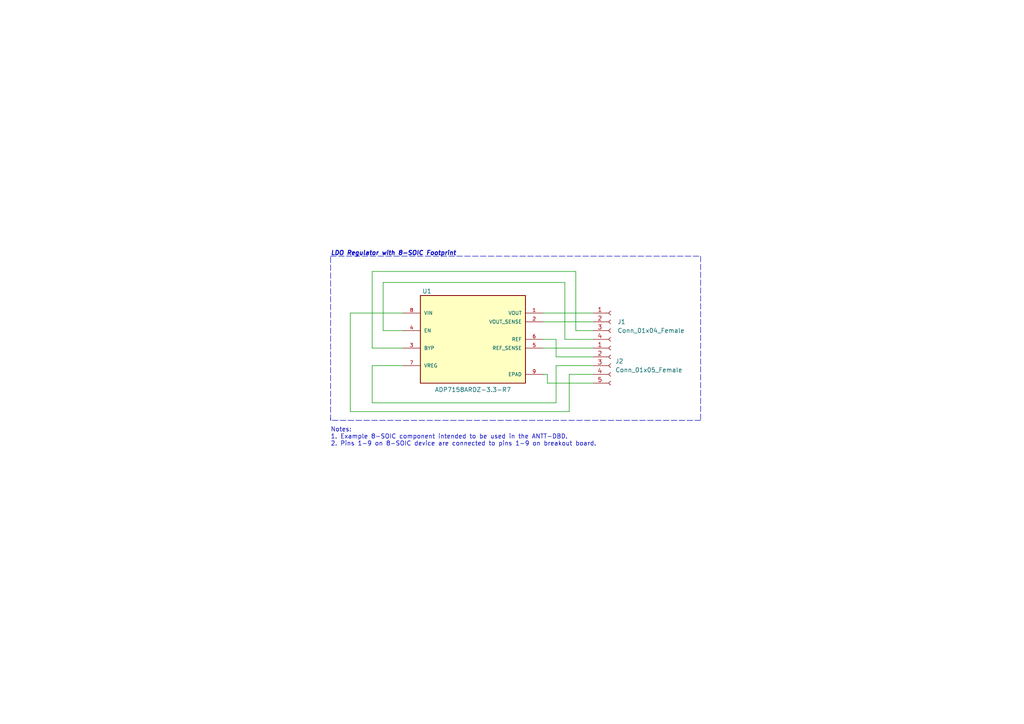
<source format=kicad_sch>
(kicad_sch (version 20211123) (generator eeschema)
  (paper "A4")
  (lib_symbols
    (symbol "ADP7158ARDZ-3.3-R7:ADP7158ARDZ-3.3-R7" (pin_names (offset 1.016))
      (property "Reference" "U" (at -15.24 13.335 0))
      (property "Value" "ADP7158ARDZ-3.3-R7" (at -15.24 -15.24 0))
      (symbol "ADP7158ARDZ-3.3-R7_0_0"
        (rectangle (start -15.24 -12.7) (end 15.24 12.7) (stroke (width 0.254)) (fill (type background)))
        (pin output line (at 20.32 7.62 180) (length 5.08) (name "VOUT") (number "1"))
        (pin output line (at 20.32 5.08 180) (length 5.08) (name "VOUT_SENSE") (number "2"))
        (pin passive line (at -20.32 -2.54 0) (length 5.08) (name "BYP") (number "3"))
        (pin input line (at -20.32 2.54 0) (length 5.08) (name "EN") (number "4"))
        (pin input line (at 20.32 -2.54 180) (length 5.08) (name "REF_SENSE") (number "5"))
        (pin output line (at 20.32 0 180) (length 5.08) (name "REF") (number "6"))
        (pin passive line (at -20.32 -7.62 0) (length 5.08) (name "VREG") (number "7"))
        (pin input line (at -20.32 7.62 0) (length 5.08) (name "VIN") (number "8"))
        (pin power_in line (at 20.32 -10.16 180) (length 5.08) (name "EPAD") (number "9"))
      )
    )
    (symbol "Connector:Conn_01x04_Female" (pin_names (offset 1.016) hide)
      (property "Reference" "J" (at 0 5.08 0))
      (property "Value" "Conn_01x04_Female" (at 0 -7.62 0))
      (symbol "Conn_01x04_Female_1_1"
        (arc (start 0 -4.572) (mid -0.508 -5.08) (end 0 -5.588) (stroke (width 0.1524)))
        (arc (start 0 -2.032) (mid -0.508 -2.54) (end 0 -3.048) (stroke (width 0.1524)))
        (polyline (pts (xy -1.27 -5.08) (xy -0.508 -5.08)) (stroke (width 0.1524)))
        (polyline (pts (xy -1.27 -2.54) (xy -0.508 -2.54)) (stroke (width 0.1524)))
        (polyline (pts (xy -1.27 0) (xy -0.508 0)) (stroke (width 0.1524)))
        (polyline (pts (xy -1.27 2.54) (xy -0.508 2.54)) (stroke (width 0.1524)))
        (arc (start 0 0.508) (mid -0.508 0) (end 0 -0.508) (stroke (width 0.1524)))
        (arc (start 0 3.048) (mid -0.508 2.54) (end 0 2.032) (stroke (width 0.1524)))
        (pin passive line (at -5.08 2.54 0) (length 3.81) (name "Pin_1") (number "1"))
        (pin passive line (at -5.08 0 0) (length 3.81) (name "Pin_2") (number "2"))
        (pin passive line (at -5.08 -2.54 0) (length 3.81) (name "Pin_3") (number "3"))
        (pin passive line (at -5.08 -5.08 0) (length 3.81) (name "Pin_4") (number "4"))
      )
    )
    (symbol "Connector:Conn_01x05_Female" (pin_names (offset 1.016) hide)
      (property "Reference" "J" (at 0 7.62 0))
      (property "Value" "Conn_01x05_Female" (at 0 -7.62 0))
      (symbol "Conn_01x05_Female_1_1"
        (arc (start 0 -4.572) (mid -0.508 -5.08) (end 0 -5.588) (stroke (width 0.1524)))
        (arc (start 0 -2.032) (mid -0.508 -2.54) (end 0 -3.048) (stroke (width 0.1524)))
        (polyline (pts (xy -1.27 -5.08) (xy -0.508 -5.08)) (stroke (width 0.1524)))
        (polyline (pts (xy -1.27 -2.54) (xy -0.508 -2.54)) (stroke (width 0.1524)))
        (polyline (pts (xy -1.27 0) (xy -0.508 0)) (stroke (width 0.1524)))
        (polyline (pts (xy -1.27 2.54) (xy -0.508 2.54)) (stroke (width 0.1524)))
        (polyline (pts (xy -1.27 5.08) (xy -0.508 5.08)) (stroke (width 0.1524)))
        (arc (start 0 0.508) (mid -0.508 0) (end 0 -0.508) (stroke (width 0.1524)))
        (arc (start 0 3.048) (mid -0.508 2.54) (end 0 2.032) (stroke (width 0.1524)))
        (arc (start 0 5.588) (mid -0.508 5.08) (end 0 4.572) (stroke (width 0.1524)))
        (pin passive line (at -5.08 5.08 0) (length 3.81) (name "Pin_1") (number "1"))
        (pin passive line (at -5.08 2.54 0) (length 3.81) (name "Pin_2") (number "2"))
        (pin passive line (at -5.08 0 0) (length 3.81) (name "Pin_3") (number "3"))
        (pin passive line (at -5.08 -2.54 0) (length 3.81) (name "Pin_4") (number "4"))
        (pin passive line (at -5.08 -5.08 0) (length 3.81) (name "Pin_5") (number "5"))
      )
    )
  )
  (wire (pts (xy 116.84 106.045) (xy 107.95 106.045)))
  (wire (pts (xy 116.84 95.885) (xy 111.125 95.885)))
  (polyline (pts (xy 95.885 74.295) (xy 203.2 74.295)))
  (wire (pts (xy 107.95 100.965) (xy 107.95 78.74)))
  (wire (pts (xy 161.29 106.045) (xy 172.085 106.045)))
  (wire (pts (xy 165.1 108.585) (xy 172.085 108.585)))
  (wire (pts (xy 167.005 95.885) (xy 172.085 95.885)))
  (wire (pts (xy 111.125 81.915) (xy 163.83 81.915)))
  (polyline (pts (xy 203.2 121.92) (xy 95.885 121.92)))
  (wire (pts (xy 158.75 108.585) (xy 158.75 111.125)))
  (wire (pts (xy 157.48 93.345) (xy 172.085 93.345)))
  (wire (pts (xy 107.95 106.045) (xy 107.95 116.84)))
  (wire (pts (xy 167.005 78.74) (xy 167.005 95.885)))
  (wire (pts (xy 157.48 90.805) (xy 172.085 90.805)))
  (wire (pts (xy 107.95 116.84) (xy 161.29 116.84)))
  (wire (pts (xy 111.125 95.885) (xy 111.125 81.915)))
  (wire (pts (xy 101.6 90.805) (xy 101.6 119.38)))
  (wire (pts (xy 116.84 100.965) (xy 107.95 100.965)))
  (polyline (pts (xy 203.2 74.295) (xy 203.2 121.92)))
  (wire (pts (xy 107.95 78.74) (xy 167.005 78.74)))
  (wire (pts (xy 157.48 108.585) (xy 158.75 108.585)))
  (wire (pts (xy 101.6 119.38) (xy 165.1 119.38)))
  (wire (pts (xy 116.84 90.805) (xy 101.6 90.805)))
  (wire (pts (xy 165.1 119.38) (xy 165.1 108.585)))
  (wire (pts (xy 161.29 98.425) (xy 161.29 103.505)))
  (wire (pts (xy 161.29 103.505) (xy 172.085 103.505)))
  (wire (pts (xy 161.29 116.84) (xy 161.29 106.045)))
  (wire (pts (xy 163.83 98.425) (xy 172.085 98.425)))
  (wire (pts (xy 163.83 81.915) (xy 163.83 98.425)))
  (wire (pts (xy 158.75 111.125) (xy 172.085 111.125)))
  (wire (pts (xy 157.48 98.425) (xy 161.29 98.425)))
  (wire (pts (xy 157.48 100.965) (xy 172.085 100.965)))
  (polyline (pts (xy 95.885 121.285) (xy 95.885 121.92)))
  (polyline (pts (xy 95.885 121.92) (xy 95.885 74.295)))
  (text "LDO Regulator with 8-SOIC Footprint" (at 95.885 74.295 0) (effects (font (size 1.27 1.27) (thickness 0.254) bold italic) (justify left bottom)))
  (text "Notes:\n1. Example 8-SOIC component intended to be used in the ANTT-DBD.\n2. Pins 1-9 on 8-SOIC device are connected to pins 1-9 on breakout board.\n" (at 95.885 129.54 0) (effects (font (size 1.27 1.27)) (justify left bottom)))
  (symbol (lib_id "ADP7158ARDZ-3.3-R7:ADP7158ARDZ-3.3-R7") (at 137.16 98.425 0) (unit 1)
    (property "Reference" "U1" (at 123.825 84.455 0))
    (property "Value" "ADP7158ARDZ-3.3-R7" (at 137.16 113.03 0))
    (property "Footprint" "SOIC127P600X175-9N" (effects hide))
    (property "PARTREV" "C" (effects hide))
    (property "SNAPEDA_PN" "ADP7158ARDZ-3.3-R7" (effects hide))
    (property "MAXIMUM_PACKAGE_HEIGHT" "1.75 mm" (effects hide))
    (property "MANUFACTURER" "ANALOG DEVICES" (effects hide))
    (property "STANDARD" "IPC 7351B" (effects hide))
  )
  (symbol (lib_id "Connector:Conn_01x04_Female") (at 177.165 93.345 0) (unit 1)
    (property "Reference" "J1" (at 179.07 93.3449 0) (effects (justify left)))
    (property "Value" "Conn_01x04_Female" (at 179.07 95.8849 0) (effects (justify left)))
    (property "Footprint" "Connector_PinSocket_2.54mm:PinSocket_1x04_P2.54mm_Vertical" (effects hide))
  )
  (symbol (lib_id "Connector:Conn_01x05_Female") (at 177.165 106.045 0) (unit 1)
    (property "Reference" "J2" (at 178.435 104.7749 0) (effects (justify left)))
    (property "Value" "Conn_01x05_Female" (at 178.435 107.3149 0) (effects (justify left)))
    (property "Footprint" "Connector_PinSocket_2.54mm:PinSocket_1x05_P2.54mm_Vertical" (effects hide))
  )
)
</source>
